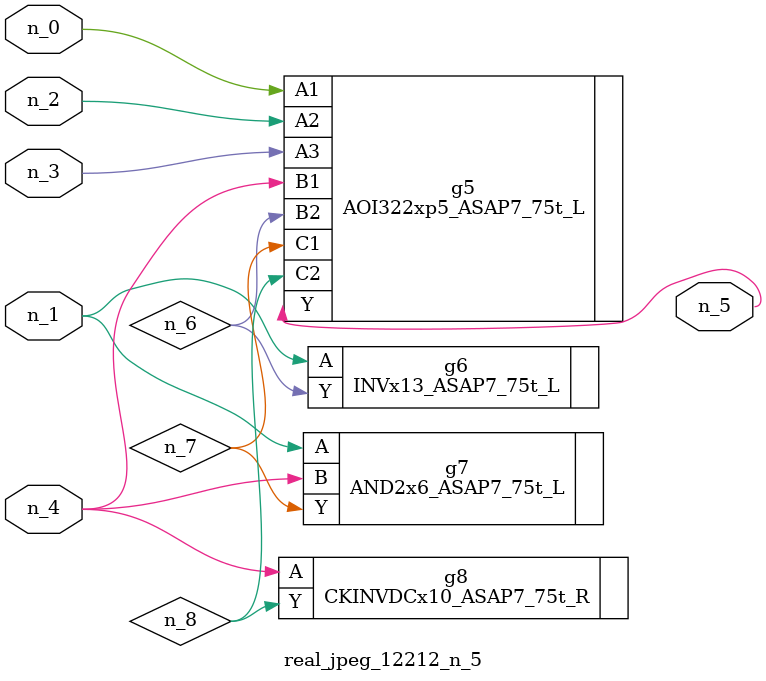
<source format=v>
module real_jpeg_12212_n_5 (n_4, n_0, n_1, n_2, n_3, n_5);

input n_4;
input n_0;
input n_1;
input n_2;
input n_3;

output n_5;

wire n_8;
wire n_6;
wire n_7;

AOI322xp5_ASAP7_75t_L g5 ( 
.A1(n_0),
.A2(n_2),
.A3(n_3),
.B1(n_4),
.B2(n_6),
.C1(n_7),
.C2(n_8),
.Y(n_5)
);

INVx13_ASAP7_75t_L g6 ( 
.A(n_1),
.Y(n_6)
);

AND2x6_ASAP7_75t_L g7 ( 
.A(n_1),
.B(n_4),
.Y(n_7)
);

CKINVDCx10_ASAP7_75t_R g8 ( 
.A(n_4),
.Y(n_8)
);


endmodule
</source>
